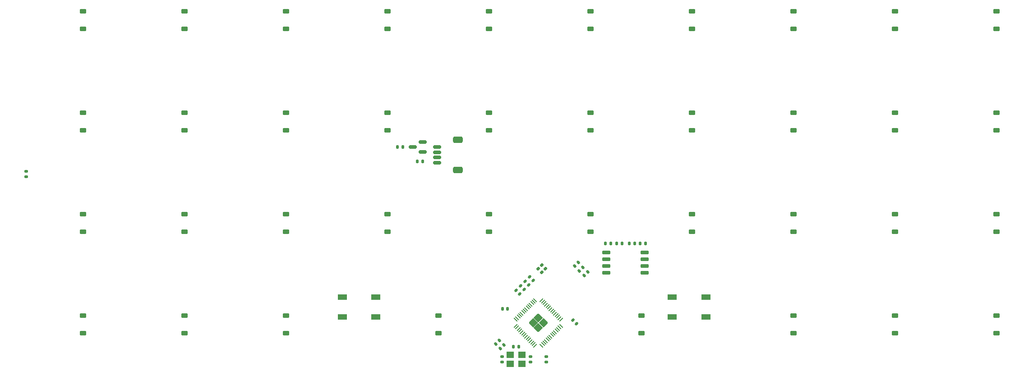
<source format=gbp>
%TF.GenerationSoftware,KiCad,Pcbnew,8.0.5*%
%TF.CreationDate,2024-10-22T20:47:20-04:00*%
%TF.ProjectId,ortho,6f727468-6f2e-46b6-9963-61645f706362,rev?*%
%TF.SameCoordinates,PX1c62fe0PY650e7e0*%
%TF.FileFunction,Paste,Bot*%
%TF.FilePolarity,Positive*%
%FSLAX46Y46*%
G04 Gerber Fmt 4.6, Leading zero omitted, Abs format (unit mm)*
G04 Created by KiCad (PCBNEW 8.0.5) date 2024-10-22 20:47:20*
%MOMM*%
%LPD*%
G01*
G04 APERTURE LIST*
G04 Aperture macros list*
%AMRoundRect*
0 Rectangle with rounded corners*
0 $1 Rounding radius*
0 $2 $3 $4 $5 $6 $7 $8 $9 X,Y pos of 4 corners*
0 Add a 4 corners polygon primitive as box body*
4,1,4,$2,$3,$4,$5,$6,$7,$8,$9,$2,$3,0*
0 Add four circle primitives for the rounded corners*
1,1,$1+$1,$2,$3*
1,1,$1+$1,$4,$5*
1,1,$1+$1,$6,$7*
1,1,$1+$1,$8,$9*
0 Add four rect primitives between the rounded corners*
20,1,$1+$1,$2,$3,$4,$5,0*
20,1,$1+$1,$4,$5,$6,$7,0*
20,1,$1+$1,$6,$7,$8,$9,0*
20,1,$1+$1,$8,$9,$2,$3,0*%
%AMFreePoly0*
4,1,19,0.563745,0.600348,0.608674,0.548496,0.619677,0.497915,0.619677,-0.497915,0.600348,-0.563745,0.548496,-0.608674,0.497915,-0.619677,-0.497915,-0.619677,-0.563745,-0.600348,-0.608674,-0.548496,-0.619677,-0.497915,-0.619677,0.397045,-0.600348,0.462875,-0.584014,0.483144,-0.483144,0.584014,-0.422927,0.616893,-0.397045,0.619677,0.497915,0.619677,0.563745,0.600348,0.563745,0.600348,
$1*%
%AMFreePoly1*
4,1,19,0.563745,0.600348,0.608674,0.548496,0.619677,0.497915,0.619677,-0.497915,0.600348,-0.563745,0.548496,-0.608674,0.497915,-0.619677,-0.397045,-0.619677,-0.462875,-0.600348,-0.483144,-0.584014,-0.584014,-0.483144,-0.616893,-0.422927,-0.619677,-0.397045,-0.619677,0.497915,-0.600348,0.563745,-0.548496,0.608674,-0.497915,0.619677,0.497915,0.619677,0.563745,0.600348,0.563745,0.600348,
$1*%
%AMFreePoly2*
4,1,19,0.462875,0.600348,0.483144,0.584014,0.584014,0.483144,0.616893,0.422927,0.619677,0.397045,0.619677,-0.497915,0.600348,-0.563745,0.548496,-0.608674,0.497915,-0.619677,-0.497915,-0.619677,-0.563745,-0.600348,-0.608674,-0.548496,-0.619677,-0.497915,-0.619677,0.497915,-0.600348,0.563745,-0.548496,0.608674,-0.497915,0.619677,0.397045,0.619677,0.462875,0.600348,0.462875,0.600348,
$1*%
%AMFreePoly3*
4,1,19,0.563745,0.600348,0.608674,0.548496,0.619677,0.497915,0.619677,-0.397045,0.600348,-0.462875,0.584014,-0.483144,0.483144,-0.584014,0.422927,-0.616893,0.397045,-0.619677,-0.497915,-0.619677,-0.563745,-0.600348,-0.608674,-0.548496,-0.619677,-0.497915,-0.619677,0.497915,-0.600348,0.563745,-0.548496,0.608674,-0.497915,0.619677,0.497915,0.619677,0.563745,0.600348,0.563745,0.600348,
$1*%
G04 Aperture macros list end*
%ADD10RoundRect,0.140000X0.219203X0.021213X0.021213X0.219203X-0.219203X-0.021213X-0.021213X-0.219203X0*%
%ADD11RoundRect,0.225000X0.375000X-0.225000X0.375000X0.225000X-0.375000X0.225000X-0.375000X-0.225000X0*%
%ADD12RoundRect,0.140000X-0.021213X0.219203X-0.219203X0.021213X0.021213X-0.219203X0.219203X-0.021213X0*%
%ADD13R,1.700000X1.000000*%
%ADD14RoundRect,0.135000X-0.135000X-0.185000X0.135000X-0.185000X0.135000X0.185000X-0.135000X0.185000X0*%
%ADD15RoundRect,0.140000X0.140000X0.170000X-0.140000X0.170000X-0.140000X-0.170000X0.140000X-0.170000X0*%
%ADD16RoundRect,0.150000X0.650000X0.150000X-0.650000X0.150000X-0.650000X-0.150000X0.650000X-0.150000X0*%
%ADD17RoundRect,0.140000X0.170000X-0.140000X0.170000X0.140000X-0.170000X0.140000X-0.170000X-0.140000X0*%
%ADD18RoundRect,0.150000X0.587500X0.150000X-0.587500X0.150000X-0.587500X-0.150000X0.587500X-0.150000X0*%
%ADD19R,1.400000X1.200000*%
%ADD20RoundRect,0.135000X-0.226274X-0.035355X-0.035355X-0.226274X0.226274X0.035355X0.035355X0.226274X0*%
%ADD21RoundRect,0.140000X0.021213X-0.219203X0.219203X-0.021213X-0.021213X0.219203X-0.219203X0.021213X0*%
%ADD22RoundRect,0.140000X-0.170000X0.140000X-0.170000X-0.140000X0.170000X-0.140000X0.170000X0.140000X0*%
%ADD23RoundRect,0.150000X-0.625000X0.150000X-0.625000X-0.150000X0.625000X-0.150000X0.625000X0.150000X0*%
%ADD24RoundRect,0.250000X-0.650000X0.350000X-0.650000X-0.350000X0.650000X-0.350000X0.650000X0.350000X0*%
%ADD25RoundRect,0.140000X-0.140000X-0.170000X0.140000X-0.170000X0.140000X0.170000X-0.140000X0.170000X0*%
%ADD26RoundRect,0.135000X0.185000X-0.135000X0.185000X0.135000X-0.185000X0.135000X-0.185000X-0.135000X0*%
%ADD27RoundRect,0.140000X-0.219203X-0.021213X-0.021213X-0.219203X0.219203X0.021213X0.021213X0.219203X0*%
%ADD28FreePoly0,135.000000*%
%ADD29FreePoly1,135.000000*%
%ADD30FreePoly2,135.000000*%
%ADD31FreePoly3,135.000000*%
%ADD32RoundRect,0.050000X0.309359X-0.238649X-0.238649X0.309359X-0.309359X0.238649X0.238649X-0.309359X0*%
%ADD33RoundRect,0.050000X0.309359X0.238649X0.238649X0.309359X-0.309359X-0.238649X-0.238649X-0.309359X0*%
G04 APERTURE END LIST*
D10*
%TO.C,C_3V-Decoup1*%
X94408022Y14338557D03*
X93729200Y15017379D03*
%TD*%
D11*
%TO.C,D30*%
X31551536Y6982023D03*
X31551536Y10282023D03*
%TD*%
D12*
%TO.C,C_3V-Decoup6*%
X91422147Y4804250D03*
X90743325Y4125428D03*
%TD*%
D11*
%TO.C,D11*%
X12501552Y45081994D03*
X12501552Y48381994D03*
%TD*%
D13*
%TO.C,SW2*%
X123056146Y10006239D03*
X129356144Y10006239D03*
X123056146Y13806239D03*
X129356144Y13806239D03*
%TD*%
D11*
%TO.C,D36*%
X183951408Y6982023D03*
X183951408Y10282023D03*
%TD*%
%TO.C,D38*%
X31551536Y26032008D03*
X31551536Y29332008D03*
%TD*%
D14*
%TO.C,R_Crystal1*%
X93251641Y4464839D03*
X94271639Y4464839D03*
%TD*%
D15*
%TO.C,C_LD2*%
X76199937Y39290591D03*
X75239937Y39290591D03*
%TD*%
D11*
%TO.C,D33*%
X117276464Y6982023D03*
X117276464Y10282023D03*
%TD*%
D16*
%TO.C,U2*%
X117899904Y22145608D03*
X117899904Y20875608D03*
X117899904Y19605608D03*
X117899904Y18335608D03*
X110699904Y18335608D03*
X110699904Y19605608D03*
X110699904Y20875608D03*
X110699904Y22145608D03*
%TD*%
D11*
%TO.C,D4*%
X69651504Y64131975D03*
X69651504Y67431975D03*
%TD*%
D14*
%TO.C,R_Flash2*%
X114980529Y23812479D03*
X116000527Y23812479D03*
%TD*%
D15*
%TO.C,C_LD1*%
X72468219Y41981215D03*
X71508219Y41981215D03*
%TD*%
D11*
%TO.C,D2*%
X31551536Y64131976D03*
X31551536Y67431976D03*
%TD*%
D10*
%TO.C,C_3V-Decoup2*%
X96091818Y16022353D03*
X95412996Y16701175D03*
%TD*%
D11*
%TO.C,D21*%
X50601520Y26032008D03*
X50601520Y29332008D03*
%TD*%
%TO.C,D9*%
X164901424Y64131976D03*
X164901424Y67431976D03*
%TD*%
D17*
%TO.C,C_Crystal1*%
X96440544Y1603591D03*
X96440544Y2563591D03*
%TD*%
D11*
%TO.C,D27*%
X164901424Y26032007D03*
X164901424Y29332007D03*
%TD*%
%TO.C,D24*%
X107751472Y26032007D03*
X107751472Y29332007D03*
%TD*%
%TO.C,D20*%
X12501552Y26032009D03*
X12501552Y29332009D03*
%TD*%
D18*
%TO.C,U3*%
X76199936Y42931215D03*
X76199936Y41031215D03*
X74324935Y41981215D03*
%TD*%
D11*
%TO.C,D13*%
X50601520Y45081993D03*
X50601520Y48381993D03*
%TD*%
D19*
%TO.C,Y1*%
X92661640Y2933591D03*
X94861640Y2933591D03*
X94861640Y1233591D03*
X92661640Y1233591D03*
%TD*%
D20*
%TO.C,R_DATA2*%
X97865856Y19112952D03*
X98587104Y18391704D03*
%TD*%
D21*
%TO.C,C_3V-Decoup9*%
X105626125Y18710572D03*
X106304947Y19389394D03*
%TD*%
D11*
%TO.C,D31*%
X50601520Y6982023D03*
X50601520Y10282023D03*
%TD*%
%TO.C,D18*%
X145851439Y45081993D03*
X145851439Y48381993D03*
%TD*%
D22*
%TO.C,C_3V-Decoup4*%
X99417104Y2563591D03*
X99417104Y1603591D03*
%TD*%
D11*
%TO.C,D14*%
X69651504Y45081993D03*
X69651504Y48381993D03*
%TD*%
%TO.C,D7*%
X126801456Y64131976D03*
X126801456Y67431976D03*
%TD*%
%TO.C,D35*%
X164901424Y6982023D03*
X164901424Y10282023D03*
%TD*%
%TO.C,D34*%
X145851440Y6982023D03*
X145851440Y10282023D03*
%TD*%
%TO.C,D1*%
X12501552Y64131976D03*
X12501552Y67431976D03*
%TD*%
%TO.C,D29*%
X12501552Y6982023D03*
X12501552Y10282023D03*
%TD*%
%TO.C,D5*%
X88701488Y64131975D03*
X88701488Y67431975D03*
%TD*%
%TO.C,D26*%
X145851440Y26032007D03*
X145851440Y29332007D03*
%TD*%
%TO.C,D8*%
X145851440Y64131976D03*
X145851440Y67431976D03*
%TD*%
D15*
%TO.C,C_3V-Decoup8*%
X92158048Y11608583D03*
X91198048Y11608583D03*
%TD*%
D17*
%TO.C,C_Crystal2*%
X91082737Y1603591D03*
X91082737Y2563591D03*
%TD*%
D21*
%TO.C,C_3V-Decoup3*%
X104733157Y19603540D03*
X105411979Y20282362D03*
%TD*%
D11*
%TO.C,D12*%
X31551536Y45081993D03*
X31551536Y48381993D03*
%TD*%
%TO.C,D6*%
X107751472Y64131975D03*
X107751472Y67431975D03*
%TD*%
D14*
%TO.C,R_Flash1*%
X112599281Y23812479D03*
X113619279Y23812479D03*
%TD*%
D23*
%TO.C,J1*%
X78962432Y41981215D03*
X78962432Y40981215D03*
X78962432Y39981215D03*
X78962432Y38981215D03*
D24*
X82837432Y43281215D03*
X82837432Y37681215D03*
%TD*%
D11*
%TO.C,D37*%
X164901424Y45081993D03*
X164901424Y48381993D03*
%TD*%
%TO.C,D25*%
X126801456Y26032007D03*
X126801456Y29332007D03*
%TD*%
D10*
%TO.C,C_1V-Decoup3*%
X96933716Y16864251D03*
X96254894Y17543073D03*
%TD*%
D20*
%TO.C,R_DATA1*%
X98557604Y19804699D03*
X99278852Y19083451D03*
%TD*%
D11*
%TO.C,D17*%
X126801456Y45081992D03*
X126801456Y48381992D03*
%TD*%
D25*
%TO.C,C_Flash1*%
X110545688Y23812479D03*
X111505688Y23812479D03*
%TD*%
D26*
%TO.C,R_RST1*%
X1785936Y36399345D03*
X1785936Y37419343D03*
%TD*%
D11*
%TO.C,D23*%
X88701488Y26032007D03*
X88701488Y29332007D03*
%TD*%
%TO.C,D22*%
X69651503Y26032007D03*
X69651503Y29332007D03*
%TD*%
%TO.C,D15*%
X88701488Y45081993D03*
X88701488Y48381993D03*
%TD*%
D27*
%TO.C,C_3V-Decoup5*%
X104375116Y9422851D03*
X105053938Y8744029D03*
%TD*%
D10*
%TO.C,C_3V-Decoup7*%
X95249920Y15180455D03*
X94571098Y15859277D03*
%TD*%
D11*
%TO.C,D28*%
X183951408Y26032009D03*
X183951408Y29332009D03*
%TD*%
%TO.C,D19*%
X183951408Y45081993D03*
X183951408Y48381993D03*
%TD*%
%TO.C,D10*%
X183951408Y64131976D03*
X183951408Y67431976D03*
%TD*%
D21*
%TO.C,C_1V-Decoup2*%
X106519093Y17817604D03*
X107197915Y18496426D03*
%TD*%
D11*
%TO.C,D32*%
X79176496Y6982023D03*
X79176496Y10282023D03*
%TD*%
D13*
%TO.C,SW1*%
X61143697Y10006239D03*
X67443695Y10006239D03*
X61143697Y13806239D03*
X67443695Y13806239D03*
%TD*%
D28*
%TO.C,U1*%
X97928824Y7975085D03*
D29*
X98883418Y8929679D03*
D30*
X96974230Y8929679D03*
D31*
X97928824Y9884273D03*
D32*
X102197981Y8337477D03*
X101915138Y8054634D03*
X101632296Y7771792D03*
X101349453Y7488949D03*
X101066610Y7206106D03*
X100783768Y6923264D03*
X100500925Y6640421D03*
X100218082Y6357578D03*
X99935239Y6074735D03*
X99652397Y5791893D03*
X99369554Y5509050D03*
X99086711Y5226207D03*
X98803869Y4943365D03*
X98521026Y4660522D03*
D33*
X97336622Y4660522D03*
X97053779Y4943365D03*
X96770937Y5226207D03*
X96488094Y5509050D03*
X96205251Y5791893D03*
X95922409Y6074735D03*
X95639566Y6357578D03*
X95356723Y6640421D03*
X95073880Y6923264D03*
X94791038Y7206106D03*
X94508195Y7488949D03*
X94225352Y7771792D03*
X93942510Y8054634D03*
X93659667Y8337477D03*
D32*
X93659667Y9521881D03*
X93942510Y9804724D03*
X94225352Y10087566D03*
X94508195Y10370409D03*
X94791038Y10653252D03*
X95073880Y10936094D03*
X95356723Y11218937D03*
X95639566Y11501780D03*
X95922409Y11784623D03*
X96205251Y12067465D03*
X96488094Y12350308D03*
X96770937Y12633151D03*
X97053779Y12915993D03*
X97336622Y13198836D03*
D33*
X98521026Y13198836D03*
X98803869Y12915993D03*
X99086711Y12633151D03*
X99369554Y12350308D03*
X99652397Y12067465D03*
X99935239Y11784623D03*
X100218082Y11501780D03*
X100500925Y11218937D03*
X100783768Y10936094D03*
X101066610Y10653252D03*
X101349453Y10370409D03*
X101632296Y10087566D03*
X101915138Y9804724D03*
X102197981Y9521881D03*
%TD*%
D11*
%TO.C,D3*%
X50601520Y64131976D03*
X50601520Y67431976D03*
%TD*%
D12*
%TO.C,C_1V-Decoup1*%
X90580248Y5646149D03*
X89901426Y4967327D03*
%TD*%
D11*
%TO.C,D16*%
X107751472Y45081992D03*
X107751472Y48381992D03*
%TD*%
D14*
%TO.C,R_Flash3*%
X117064121Y23812479D03*
X118084119Y23812479D03*
%TD*%
M02*

</source>
